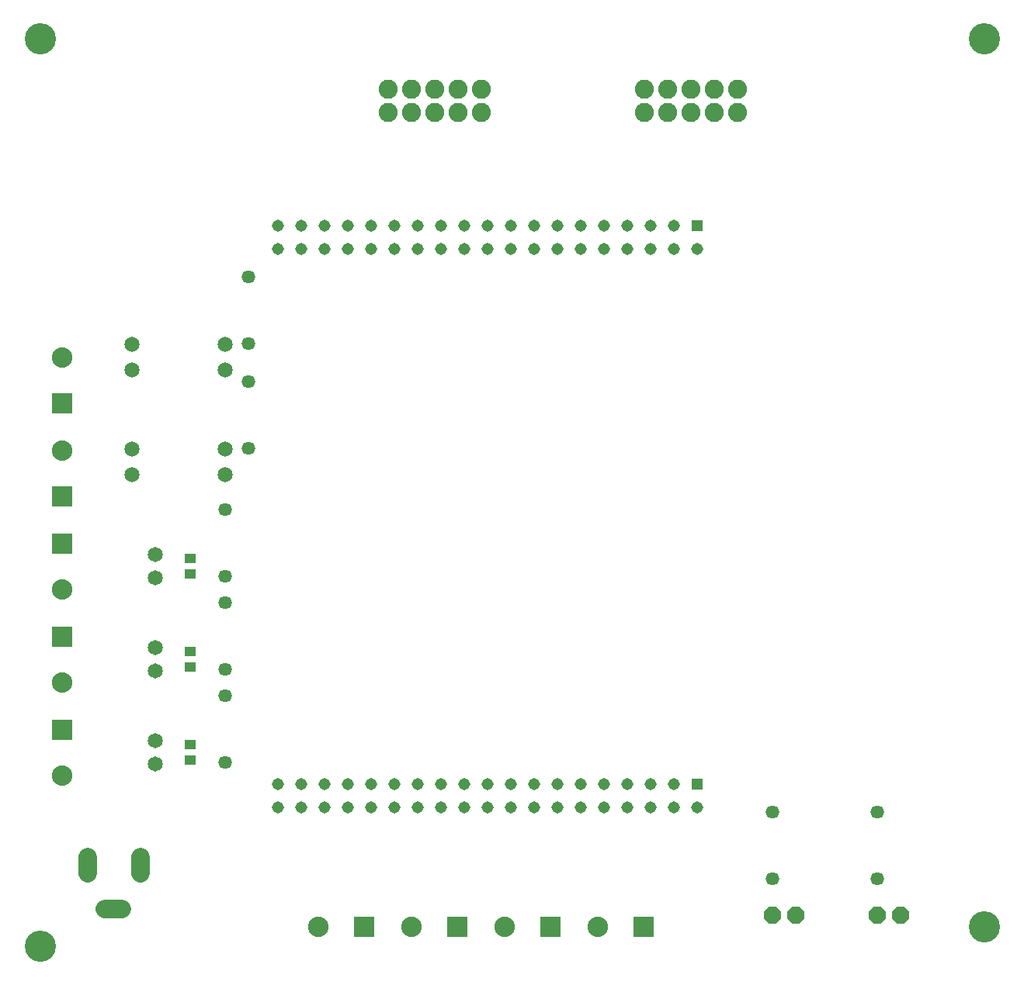
<source format=gbr>
G04 EAGLE Gerber RS-274X export*
G75*
%MOMM*%
%FSLAX34Y34*%
%LPD*%
%INSoldermask Top*%
%IPPOS*%
%AMOC8*
5,1,8,0,0,1.08239X$1,22.5*%
G01*
G04 Define Apertures*
%ADD10C,3.403200*%
%ADD11R,2.235200X2.235200*%
%ADD12C,2.235200*%
%ADD13C,1.653200*%
%ADD14C,1.463200*%
%ADD15R,1.177100X1.001900*%
%ADD16C,2.003200*%
%ADD17R,1.311200X1.311200*%
%ADD18C,1.311200*%
%ADD19C,1.657100*%
%ADD20P,2.03446X8X22.5*%
%ADD21C,2.082800*%
D10*
X1057000Y50800D03*
X27000Y30000D03*
X27000Y1020000D03*
X1057000Y1020000D03*
D11*
X50800Y469500D03*
D12*
X50800Y419500D03*
D13*
X152400Y431800D03*
X152400Y457200D03*
D14*
X228600Y506100D03*
X228600Y433700D03*
D11*
X50800Y367900D03*
D12*
X50800Y317900D03*
D13*
X152400Y330200D03*
X152400Y355600D03*
D14*
X228600Y404500D03*
X228600Y332100D03*
D11*
X50800Y266300D03*
D12*
X50800Y216300D03*
D13*
X152400Y228600D03*
X152400Y254000D03*
D14*
X228600Y302900D03*
X228600Y230500D03*
D15*
X190500Y452652D03*
X190500Y436348D03*
X190500Y351052D03*
X190500Y334748D03*
X190500Y249452D03*
X190500Y233148D03*
D16*
X79000Y126960D02*
X79000Y108960D01*
X137000Y108960D02*
X137000Y126960D01*
X116000Y69960D02*
X98000Y69960D01*
D17*
X743363Y816500D03*
D18*
X743363Y791100D03*
D17*
X743363Y206900D03*
D18*
X743363Y181500D03*
X717963Y206900D03*
X717963Y181500D03*
X717963Y816500D03*
X717963Y791100D03*
X692563Y816500D03*
X692563Y791100D03*
X667163Y816500D03*
X667163Y791100D03*
X641763Y816500D03*
X641763Y791100D03*
X616363Y816500D03*
X616363Y791100D03*
X590963Y816500D03*
X590963Y791100D03*
X565563Y816500D03*
X565563Y791100D03*
X540163Y816500D03*
X540163Y791100D03*
X514763Y816500D03*
X514763Y791100D03*
X489363Y816500D03*
X489363Y791100D03*
X463963Y816500D03*
X463963Y791100D03*
X438563Y816500D03*
X438563Y791100D03*
X413163Y816500D03*
X413163Y791100D03*
X387763Y816500D03*
X387763Y791100D03*
X362363Y816500D03*
X362363Y791100D03*
X336963Y816500D03*
X336963Y791100D03*
X311563Y816500D03*
X311563Y791100D03*
X286163Y816500D03*
X286163Y791100D03*
X692563Y206900D03*
X692563Y181500D03*
X667163Y206900D03*
X667163Y181500D03*
X641763Y206900D03*
X641763Y181500D03*
X616363Y206900D03*
X616363Y181500D03*
X590963Y206900D03*
X590963Y181500D03*
X565563Y206900D03*
X565563Y181500D03*
X540163Y206900D03*
X540163Y181500D03*
X514763Y206900D03*
X514763Y181500D03*
X489363Y206900D03*
X489363Y181500D03*
X463963Y206900D03*
X463963Y181500D03*
X438563Y206900D03*
X438563Y181500D03*
X413163Y206900D03*
X413163Y181500D03*
X387763Y206900D03*
X387763Y181500D03*
X362363Y206900D03*
X362363Y181500D03*
X336963Y206900D03*
X336963Y181500D03*
X311563Y206900D03*
X311563Y181500D03*
X286163Y206900D03*
X286163Y181500D03*
D11*
X380600Y50800D03*
D12*
X330600Y50800D03*
D11*
X482200Y50800D03*
D12*
X432200Y50800D03*
D11*
X583800Y50800D03*
D12*
X533800Y50800D03*
D11*
X685400Y50800D03*
D12*
X635400Y50800D03*
D19*
X127000Y687050D03*
X127000Y659150D03*
X228600Y659150D03*
X228600Y687050D03*
X127000Y572750D03*
X127000Y544850D03*
X228600Y544850D03*
X228600Y572750D03*
D14*
X254000Y760100D03*
X254000Y687700D03*
D20*
X825500Y63500D03*
X850900Y63500D03*
D14*
X825500Y175900D03*
X825500Y103500D03*
D11*
X50800Y622700D03*
D12*
X50800Y672700D03*
D20*
X939800Y63500D03*
X965200Y63500D03*
D14*
X939800Y175900D03*
X939800Y103500D03*
D11*
X50800Y521100D03*
D12*
X50800Y571100D03*
D14*
X254000Y645800D03*
X254000Y573400D03*
D21*
X685800Y939800D03*
X685800Y965200D03*
X711200Y939800D03*
X711200Y965200D03*
X736600Y939800D03*
X736600Y965200D03*
X762000Y939800D03*
X762000Y965200D03*
X787400Y939800D03*
X787400Y965200D03*
X406400Y939800D03*
X406400Y965200D03*
X431800Y939800D03*
X431800Y965200D03*
X457200Y939800D03*
X457200Y965200D03*
X482600Y939800D03*
X482600Y965200D03*
X508000Y939800D03*
X508000Y965200D03*
M02*

</source>
